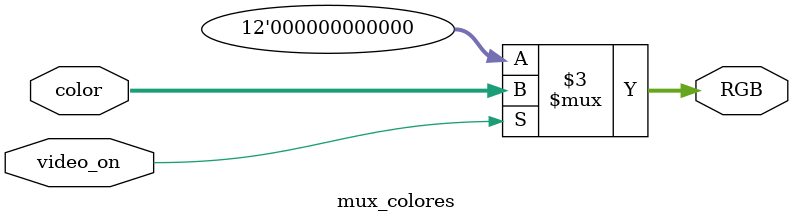
<source format=v>
`timescale 1ns / 1ps
module mux_colores(
    input video_on,
	 input [11:0] color,
	 output reg [11:0] RGB
	 );
	 always @*
	 begin
	 if (video_on)
		RGB=color;
	 else
		RGB=12'h000;
	end
endmodule

</source>
